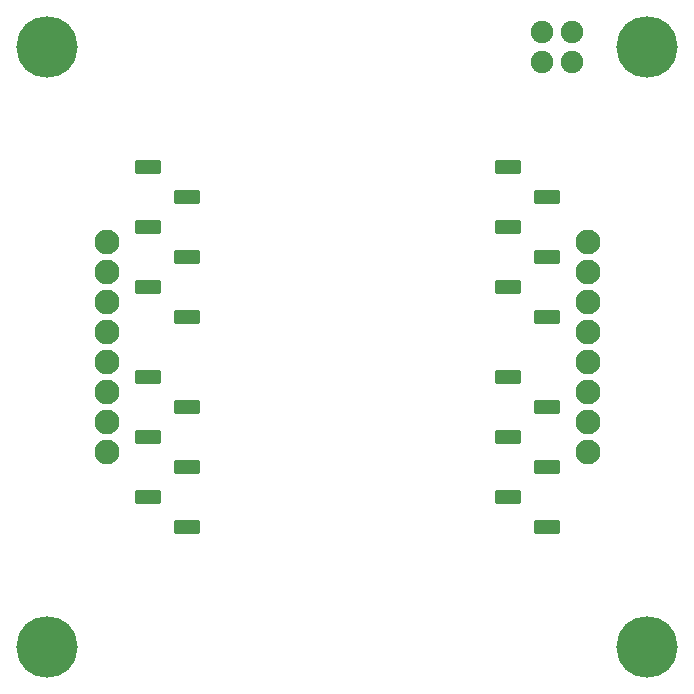
<source format=gbs>
G04 Layer: BottomSolderMaskLayer*
G04 EasyEDA v6.5.34, 2023-08-21 18:11:39*
G04 fdc95c5ed4774c3386f44bc390bfbdb9,5a6b42c53f6a479593ecc07194224c93,10*
G04 Gerber Generator version 0.2*
G04 Scale: 100 percent, Rotated: No, Reflected: No *
G04 Dimensions in millimeters *
G04 leading zeros omitted , absolute positions ,4 integer and 5 decimal *
%FSLAX45Y45*%
%MOMM*%

%AMMACRO1*1,1,$1,$2,$3*1,1,$1,$4,$5*1,1,$1,0-$2,0-$3*1,1,$1,0-$4,0-$5*20,1,$1,$2,$3,$4,$5,0*20,1,$1,$4,$5,0-$2,0-$3,0*20,1,$1,0-$2,0-$3,0-$4,0-$5,0*20,1,$1,0-$4,0-$5,$2,$3,0*4,1,4,$2,$3,$4,$5,0-$2,0-$3,0-$4,0-$5,$2,$3,0*%
%ADD10MACRO1,0.2032X-1X0.5X1X0.5*%
%ADD11C,5.2032*%
%ADD12C,2.1016*%
%ADD13C,1.9016*%

%LPD*%
D10*
G01*
X1232095Y3429002D03*
G01*
X1562094Y3175002D03*
G01*
X1562094Y4191002D03*
G01*
X1562094Y3683002D03*
G01*
X1232095Y4445002D03*
G01*
X1232095Y3937002D03*
G01*
X4280019Y3429002D03*
G01*
X4610018Y3175002D03*
G01*
X4610018Y4191002D03*
G01*
X4610018Y3683002D03*
G01*
X4280019Y4445002D03*
G01*
X4280019Y3937002D03*
G01*
X1231968Y1650994D03*
G01*
X1561967Y1396994D03*
G01*
X1561967Y2412994D03*
G01*
X1561967Y1904994D03*
G01*
X1231968Y2666994D03*
G01*
X1231968Y2158994D03*
G01*
X4279892Y1650994D03*
G01*
X4609891Y1396994D03*
G01*
X4609891Y2412994D03*
G01*
X4609891Y1904994D03*
G01*
X4279892Y2666994D03*
G01*
X4279892Y2158994D03*
D11*
G01*
X381000Y5461000D03*
G01*
X5461000Y5461000D03*
G01*
X5461000Y381000D03*
G01*
X381000Y381000D03*
D12*
G01*
X4956581Y2029205D03*
G01*
X4956581Y2283205D03*
G01*
X4956581Y2537205D03*
G01*
X4956581Y2791205D03*
G01*
X4956581Y3045205D03*
G01*
X4956581Y3299205D03*
G01*
X4956581Y3553205D03*
G01*
X4956581Y3807205D03*
G01*
X885418Y2027097D03*
G01*
X885418Y2281097D03*
G01*
X885418Y2535097D03*
G01*
X885418Y2789097D03*
G01*
X885418Y3043097D03*
G01*
X885418Y3297097D03*
G01*
X885418Y3551097D03*
G01*
X885418Y3805097D03*
D13*
G01*
X4826000Y5588000D03*
G01*
X4826000Y5334000D03*
G01*
X4572000Y5334000D03*
G01*
X4572000Y5588000D03*
M02*

</source>
